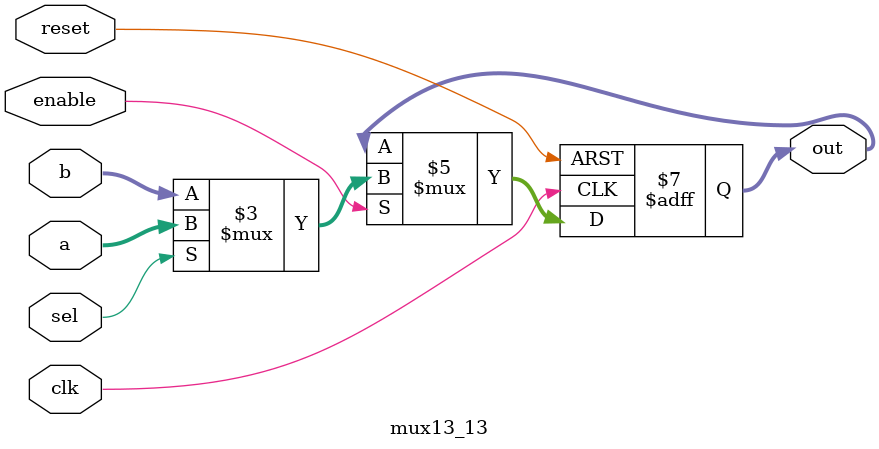
<source format=v>
module mux13_13(a,b,sel,enable, out,clk,reset); //0-->a,1-->b


input [12:0]a,b;
input sel,clk,reset;
input enable;

output [12:0]out;
reg [12:0]out;

always@(posedge clk or negedge reset)
 if(!reset)       out <=#1   13'b0;
 else if(enable)  out <=#1   sel? a : b;
 else							out <= #1  out;
 
endmodule

</source>
